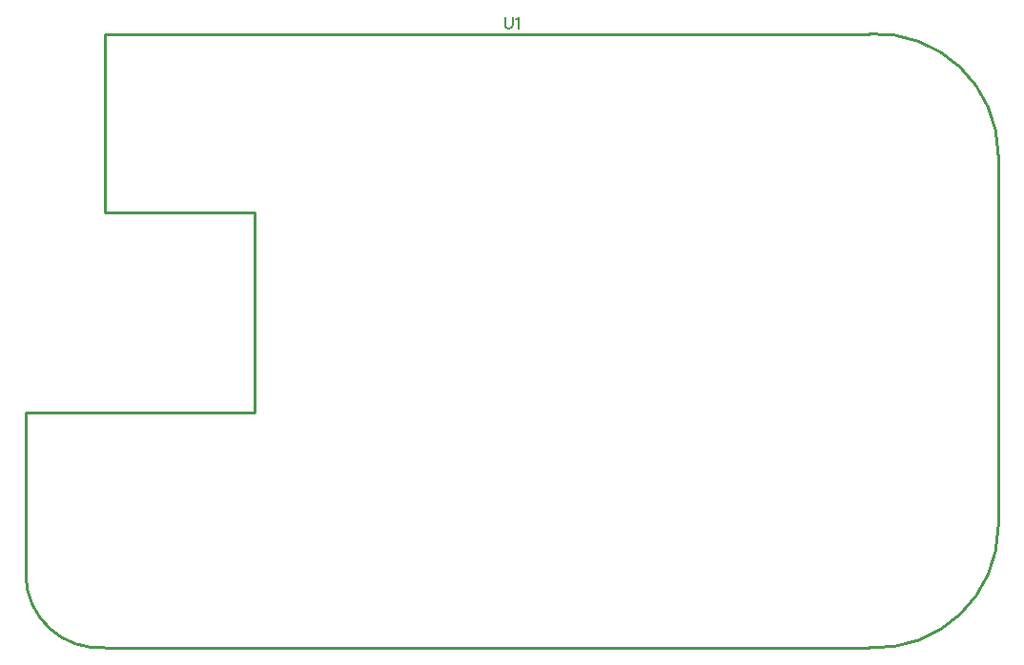
<source format=gbr>
G04 DipTrace 2.4.0.2*
%INTopSilk.gbr*%
%MOIN*%
%ADD10C,0.0098*%
%ADD20C,0.0062*%
%FSLAX44Y44*%
G04*
G70*
G90*
G75*
G01*
%LNTopSilk*%
%LPD*%
X54940Y18934D2*
D10*
Y31915D1*
X50438Y14688D2*
G03X54940Y18934I228J4268D01*
G01*
X50438Y36161D2*
G02X54940Y31915I228J-4268D01*
G01*
X20940Y22928D2*
X28940D1*
Y29919D1*
X23691D1*
Y36161D1*
Y14688D2*
G02X20940Y17185I-177J2569D01*
G01*
Y22928D1*
X23691Y14688D2*
X50438D1*
Y36161D2*
X23691D1*
X37696Y36753D2*
D20*
Y36466D1*
X37715Y36408D1*
X37754Y36370D1*
X37811Y36351D1*
X37849D1*
X37907Y36370D1*
X37945Y36408D1*
X37964Y36466D1*
Y36753D1*
X38088Y36676D2*
X38126Y36695D1*
X38184Y36752D1*
Y36351D1*
M02*

</source>
